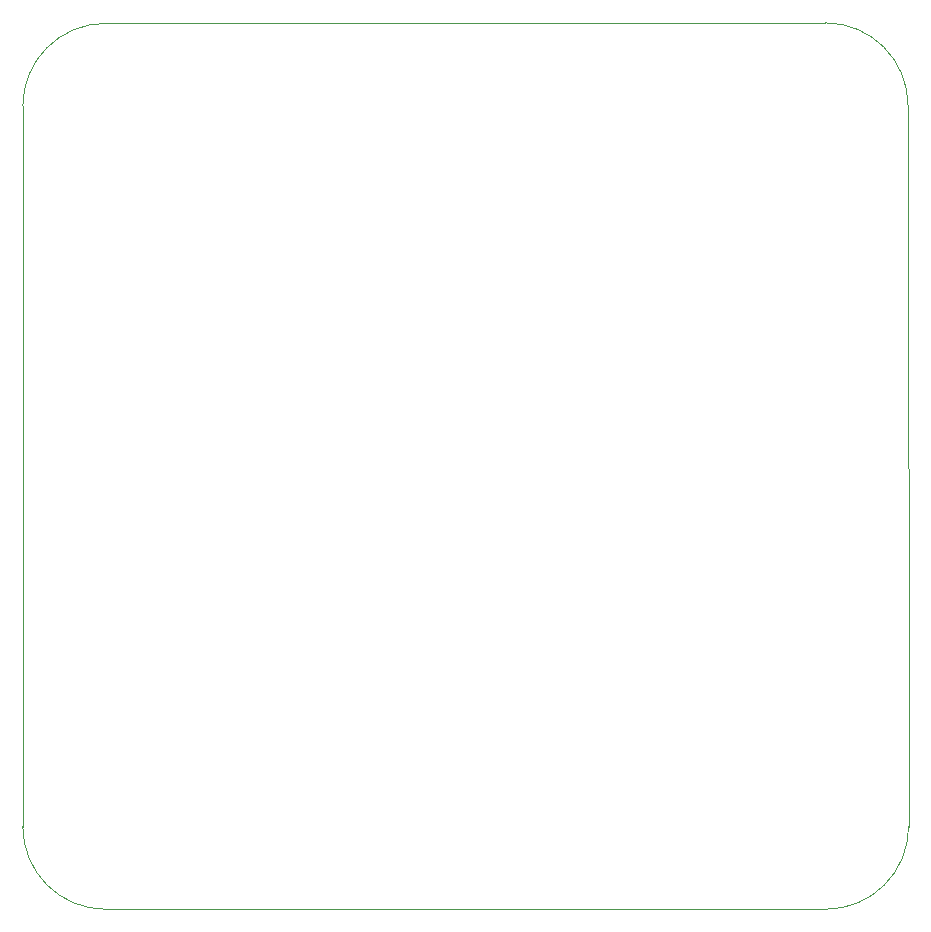
<source format=gbr>
%TF.GenerationSoftware,KiCad,Pcbnew,(6.0.7)*%
%TF.CreationDate,2022-09-26T17:50:28-05:00*%
%TF.ProjectId,T7Totem,5437546f-7465-46d2-9e6b-696361645f70,rev?*%
%TF.SameCoordinates,Original*%
%TF.FileFunction,Profile,NP*%
%FSLAX46Y46*%
G04 Gerber Fmt 4.6, Leading zero omitted, Abs format (unit mm)*
G04 Created by KiCad (PCBNEW (6.0.7)) date 2022-09-26 17:50:28*
%MOMM*%
%LPD*%
G01*
G04 APERTURE LIST*
%TA.AperFunction,Profile*%
%ADD10C,0.100000*%
%TD*%
G04 APERTURE END LIST*
D10*
X138649747Y-137850253D02*
X199650253Y-137850253D01*
X131649747Y-69849747D02*
X131649747Y-130850253D01*
X199600000Y-62800000D02*
X138649747Y-62849747D01*
X206650253Y-130850253D02*
X206600000Y-69800000D01*
X199650253Y-137850253D02*
G75*
G03*
X206650253Y-130850253I0J7000000D01*
G01*
X131649747Y-130850253D02*
G75*
G03*
X138649747Y-137850253I7000000J0D01*
G01*
X138649747Y-62849747D02*
G75*
G03*
X131649747Y-69849747I0J-7000000D01*
G01*
X206600000Y-69800000D02*
G75*
G03*
X199600000Y-62800000I-7000000J0D01*
G01*
M02*

</source>
